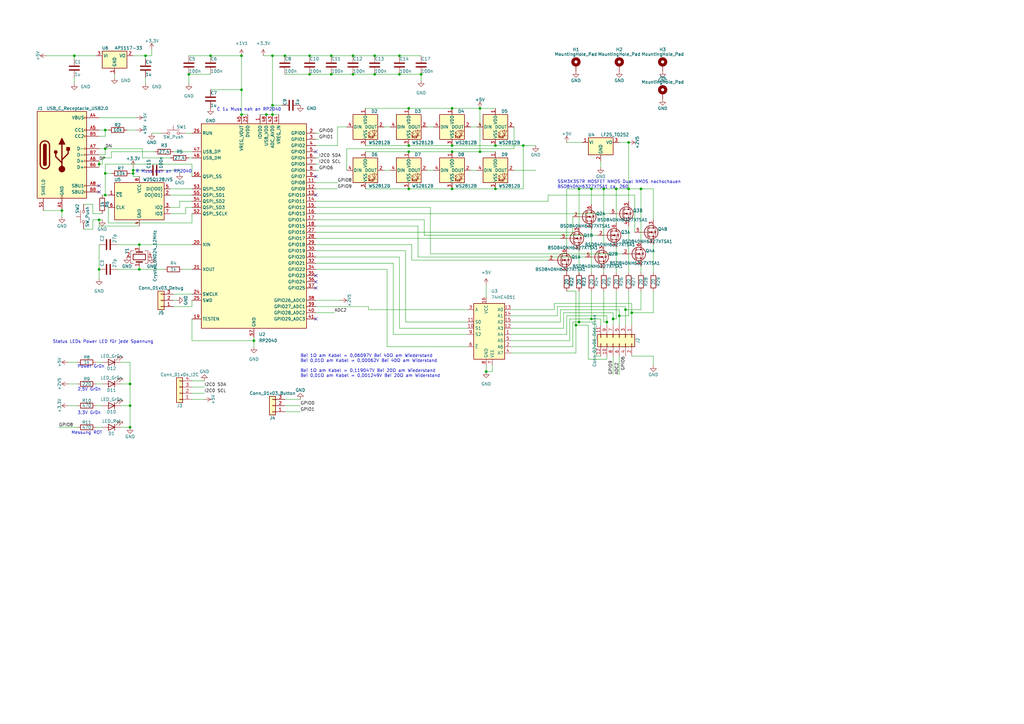
<source format=kicad_sch>
(kicad_sch (version 20230121) (generator eeschema)
  (paper "A3")
  (title_block (title "Kabeltester V2") (company "luhbots"))
  (lib_symbols
    (symbol "+3.3V_1" (power) (pin_names (offset 0))
      (property "Value" "+3.3V_1" (at 0 3.556 0))
      (symbol "+3.3V_1_1_1"
        (pin power_in line (at 0 0 90) (length 0) hide (name "+3.3V") (number "1"))
      )
    )
    (symbol "+5V_1" (power) (pin_names (offset 0))
      (property "Value" "+5V_1" (at 0 3.556 0))
      (symbol "+5V_1_1_1"
        (pin power_in line (at 0 0 90) (length 0) hide (name "+5V") (number "1"))
      )
    )
    (symbol "74xx:74HC4051"
      (property "Reference" "U" (at -5.08 11.43 0))
      (property "Value" "74HC4051" (at -7.62 -13.97 0))
      (symbol "74HC4051_1_1"
        (pin passive line (at 10.16 -2.54 180) (length 2.54) (name "A4") (number "1"))
        (pin input line (at -7.62 0 0) (length 2.54) (name "S1") (number "10"))
        (pin input line (at -7.62 2.54 0) (length 2.54) (name "S0") (number "11"))
        (pin passive line (at 10.16 0 180) (length 2.54) (name "A3") (number "12"))
        (pin passive line (at 10.16 7.62 180) (length 2.54) (name "A0") (number "13"))
        (pin passive line (at 10.16 5.08 180) (length 2.54) (name "A1") (number "14"))
        (pin passive line (at 10.16 2.54 180) (length 2.54) (name "A2") (number "15"))
        (pin power_in line (at 0 12.7 270) (length 2.54) (name "VCC") (number "16"))
        (pin passive line (at 10.16 -7.62 180) (length 2.54) (name "A6") (number "2"))
        (pin passive line (at -7.62 7.62 0) (length 2.54) (name "A") (number "3"))
        (pin passive line (at 10.16 -10.16 180) (length 2.54) (name "A7") (number "4"))
        (pin passive line (at 10.16 -5.08 180) (length 2.54) (name "A5") (number "5"))
        (pin input line (at -7.62 -7.62 0) (length 2.54) (name "~{E}") (number "6"))
        (pin power_in line (at 2.54 -15.24 90) (length 2.54) (name "VEE") (number "7"))
        (pin power_in line (at 0 -15.24 90) (length 2.54) (name "GND") (number "8"))
        (pin input line (at -7.62 -2.54 0) (length 2.54) (name "S2") (number "9"))
      )
    )
    (symbol "Connector:USB_C_Receptacle_USB2.0" (pin_names (offset 1.016))
      (property "Reference" "J" (at -10.16 19.05 0))
      (property "Value" "USB_C_Receptacle_USB2.0" (at 19.05 19.05 0))
      (symbol "USB_C_Receptacle_USB2.0_1_1"
        (pin passive line (at 0 -22.86 90) (length 5.08) (name "GND") (number "A1"))
        (pin passive line (at 0 -22.86 90) (length 5.08) hide (name "GND") (number "A12"))
        (pin passive line (at 15.24 15.24 180) (length 5.08) (name "VBUS") (number "A4"))
        (pin bidirectional line (at 15.24 10.16 180) (length 5.08) (name "CC1") (number "A5"))
        (pin bidirectional line (at 15.24 -2.54 180) (length 5.08) (name "D+") (number "A6"))
        (pin bidirectional line (at 15.24 2.54 180) (length 5.08) (name "D-") (number "A7"))
        (pin bidirectional line (at 15.24 -12.7 180) (length 5.08) (name "SBU1") (number "A8"))
        (pin passive line (at 15.24 15.24 180) (length 5.08) hide (name "VBUS") (number "A9"))
        (pin passive line (at 0 -22.86 90) (length 5.08) hide (name "GND") (number "B1"))
        (pin passive line (at 0 -22.86 90) (length 5.08) hide (name "GND") (number "B12"))
        (pin passive line (at 15.24 15.24 180) (length 5.08) hide (name "VBUS") (number "B4"))
        (pin bidirectional line (at 15.24 7.62 180) (length 5.08) (name "CC2") (number "B5"))
        (pin bidirectional line (at 15.24 -5.08 180) (length 5.08) (name "D+") (number "B6"))
        (pin bidirectional line (at 15.24 0 180) (length 5.08) (name "D-") (number "B7"))
        (pin bidirectional line (at 15.24 -15.24 180) (length 5.08) (name "SBU2") (number "B8"))
        (pin passive line (at 15.24 15.24 180) (length 5.08) hide (name "VBUS") (number "B9"))
        (pin passive line (at -7.62 -22.86 90) (length 5.08) (name "SHIELD") (number "S1"))
      )
    )
    (symbol "Connector_Generic:Conn_01x03" (pin_names (offset 1.016) hide)
      (property "Reference" "J" (at 0 5.08 0))
      (property "Value" "Conn_01x03" (at 0 -5.08 0))
      (symbol "Conn_01x03_1_1"
        (pin passive line (at -5.08 2.54 0) (length 3.81) (name "Pin_1") (number "1"))
        (pin passive line (at -5.08 0 0) (length 3.81) (name "Pin_2") (number "2"))
        (pin passive line (at -5.08 -2.54 0) (length 3.81) (name "Pin_3") (number "3"))
      )
    )
    (symbol "Connector_Generic:Conn_01x04" (pin_names (offset 1.016) hide)
      (property "Reference" "J" (at 0 5.08 0))
      (property "Value" "Conn_01x04" (at 0 -7.62 0))
      (symbol "Conn_01x04_1_1"
        (pin passive line (at -5.08 2.54 0) (length 3.81) (name "Pin_1") (number "1"))
        (pin passive line (at -5.08 0 0) (length 3.81) (name "Pin_2") (number "2"))
        (pin passive line (at -5.08 -2.54 0) (length 3.81) (name "Pin_3") (number "3"))
        (pin passive line (at -5.08 -5.08 0) (length 3.81) (name "Pin_4") (number "4"))
      )
    )
    (symbol "Connector_Generic:Conn_02x06_Odd_Even" (pin_names (offset 1.016) hide)
      (property "Reference" "J" (at 1.27 7.62 0))
      (property "Value" "Conn_02x06_Odd_Even" (at 1.27 -10.16 0))
      (symbol "Conn_02x06_Odd_Even_1_1"
        (pin passive line (at -5.08 5.08 0) (length 3.81) (name "Pin_1") (number "1"))
        (pin passive line (at 7.62 -5.08 180) (length 3.81) (name "Pin_10") (number "10"))
        (pin passive line (at -5.08 -7.62 0) (length 3.81) (name "Pin_11") (number "11"))
        (pin passive line (at 7.62 -7.62 180) (length 3.81) (name "Pin_12") (number "12"))
        (pin passive line (at 7.62 5.08 180) (length 3.81) (name "Pin_2") (number "2"))
        (pin passive line (at -5.08 2.54 0) (length 3.81) (name "Pin_3") (number "3"))
        (pin passive line (at 7.62 2.54 180) (length 3.81) (name "Pin_4") (number "4"))
        (pin passive line (at -5.08 0 0) (length 3.81) (name "Pin_5") (number "5"))
        (pin passive line (at 7.62 0 180) (length 3.81) (name "Pin_6") (number "6"))
        (pin passive line (at -5.08 -2.54 0) (length 3.81) (name "Pin_7") (number "7"))
        (pin passive line (at 7.62 -2.54 180) (length 3.81) (name "Pin_8") (number "8"))
        (pin passive line (at -5.08 -5.08 0) (length 3.81) (name "Pin_9") (number "9"))
      )
    )
    (symbol "Device:C" (pin_numbers hide) (pin_names (offset 0.254))
      (property "Reference" "C" (at 0.635 2.54 0))
      (property "Value" "C" (at 0.635 -2.54 0))
      (symbol "C_1_1"
        (pin passive line (at 0 3.81 270) (length 2.794) (name "~") (number "1"))
        (pin passive line (at 0 -3.81 90) (length 2.794) (name "~") (number "2"))
      )
    )
    (symbol "Device:Crystal_GND24" (pin_names (offset 1.016) hide)
      (property "Reference" "Y" (at 3.175 5.08 0))
      (property "Value" "Crystal_GND24" (at 3.175 3.175 0))
      (symbol "Crystal_GND24_1_1"
        (pin passive line (at -3.81 0 0) (length 1.27) (name "1") (number "1"))
        (pin passive line (at 0 5.08 270) (length 1.27) (name "2") (number "2"))
        (pin passive line (at 3.81 0 180) (length 1.27) (name "3") (number "3"))
        (pin passive line (at 0 -5.08 90) (length 1.27) (name "4") (number "4"))
      )
    )
    (symbol "Device:LED" (pin_numbers hide) (pin_names (offset 1.016) hide)
      (property "Reference" "D" (at 0 2.54 0))
      (property "Value" "LED" (at 0 -2.54 0))
      (symbol "LED_1_1"
        (pin passive line (at -3.81 0 0) (length 2.54) (name "K") (number "1"))
        (pin passive line (at 3.81 0 180) (length 2.54) (name "A") (number "2"))
      )
    )
    (symbol "Device:Q_Dual_NMOS_S1G1D2S2G2D1" (pin_names (offset 0) hide)
      (property "Reference" "Q" (at 6.35 1.27 0))
      (property "Value" "Q_Dual_NMOS_S1G1D2S2G2D1" (at 19.05 -1.27 0))
      (symbol "Q_Dual_NMOS_S1G1D2S2G2D1_1_1"
        (pin passive line (at 2.54 -5.08 90) (length 2.54) (name "S") (number "1"))
        (pin input line (at -5.08 0 0) (length 2.54) (name "G") (number "2"))
        (pin passive line (at 2.54 5.08 270) (length 2.54) (name "D") (number "6"))
      )
      (symbol "Q_Dual_NMOS_S1G1D2S2G2D1_2_1"
        (pin passive line (at 2.54 5.08 270) (length 2.54) (name "D") (number "3"))
        (pin passive line (at 2.54 -5.08 90) (length 2.54) (name "S") (number "4"))
        (pin input line (at -5.08 0 0) (length 2.54) (name "G") (number "5"))
      )
    )
    (symbol "Device:R" (pin_numbers hide) (pin_names (offset 0))
      (property "Reference" "R" (at 2.032 0 90))
      (property "Value" "R" (at 0 0 90))
      (symbol "R_1_1"
        (pin passive line (at 0 3.81 270) (length 1.27) (name "~") (number "1"))
        (pin passive line (at 0 -3.81 90) (length 1.27) (name "~") (number "2"))
      )
    )
    (symbol "GND_1" (power) (pin_names (offset 0))
      (property "Value" "GND_1" (at 0 -3.81 0))
      (symbol "GND_1_1_1"
        (pin power_in line (at 0 0 270) (length 0) hide (name "GND") (number "1"))
      )
    )
    (symbol "LED:WS2812B" (pin_names (offset 0.254))
      (property "Reference" "D" (at 5.08 5.715 0))
      (property "Value" "WS2812B" (at 1.27 -5.715 0))
      (symbol "WS2812B_0_0"
        (text "RGB" (at 2.286 -4.191 0) (effects (font (size 0.762 0.762))))
      )
      (symbol "WS2812B_1_1"
        (pin power_in line (at 0 7.62 270) (length 2.54) (name "VDD") (number "1"))
        (pin output line (at 7.62 0 180) (length 2.54) (name "DOUT") (number "2"))
        (pin power_in line (at 0 -7.62 90) (length 2.54) (name "VSS") (number "3"))
        (pin input line (at -7.62 0 0) (length 2.54) (name "DIN") (number "4"))
      )
    )
    (symbol "MCU_RaspberryPi:RP2040"
      (property "Reference" "U" (at 17.78 45.72 0))
      (property "Value" "RP2040" (at 17.78 43.18 0))
      (symbol "RP2040_1_1"
        (pin power_in line (at 2.54 45.72 270) (length 3.81) (name "IOVDD") (number "1"))
        (pin passive line (at 2.54 45.72 270) (length 3.81) hide (name "IOVDD") (number "10"))
        (pin bidirectional line (at 25.4 17.78 180) (length 3.81) (name "GPIO8") (number "11"))
        (pin bidirectional line (at 25.4 15.24 180) (length 3.81) (name "GPIO9") (number "12"))
        (pin bidirectional line (at 25.4 12.7 180) (length 3.81) (name "GPIO10") (number "13"))
        (pin bidirectional line (at 25.4 10.16 180) (length 3.81) (name "GPIO11") (number "14"))
        (pin bidirectional line (at 25.4 7.62 180) (length 3.81) (name "GPIO12") (number "15"))
        (pin bidirectional line (at 25.4 5.08 180) (length 3.81) (name "GPIO13") (number "16"))
        (pin bidirectional line (at 25.4 2.54 180) (length 3.81) (name "GPIO14") (number "17"))
        (pin bidirectional line (at 25.4 0 180) (length 3.81) (name "GPIO15") (number "18"))
        (pin input line (at -25.4 -38.1 0) (length 3.81) (name "TESTEN") (number "19"))
        (pin bidirectional line (at 25.4 38.1 180) (length 3.81) (name "GPIO0") (number "2"))
        (pin input line (at -25.4 -7.62 0) (length 3.81) (name "XIN") (number "20"))
        (pin passive line (at -25.4 -17.78 0) (length 3.81) (name "XOUT") (number "21"))
        (pin passive line (at 2.54 45.72 270) (length 3.81) hide (name "IOVDD") (number "22"))
        (pin power_in line (at -2.54 45.72 270) (length 3.81) (name "DVDD") (number "23"))
        (pin output line (at -25.4 -27.94 0) (length 3.81) (name "SWCLK") (number "24"))
        (pin bidirectional line (at -25.4 -30.48 0) (length 3.81) (name "SWD") (number "25"))
        (pin input line (at -25.4 38.1 0) (length 3.81) (name "RUN") (number "26"))
        (pin bidirectional line (at 25.4 -2.54 180) (length 3.81) (name "GPIO16") (number "27"))
        (pin bidirectional line (at 25.4 -5.08 180) (length 3.81) (name "GPIO17") (number "28"))
        (pin bidirectional line (at 25.4 -7.62 180) (length 3.81) (name "GPIO18") (number "29"))
        (pin bidirectional line (at 25.4 35.56 180) (length 3.81) (name "GPIO1") (number "3"))
        (pin bidirectional line (at 25.4 -10.16 180) (length 3.81) (name "GPIO19") (number "30"))
        (pin bidirectional line (at 25.4 -12.7 180) (length 3.81) (name "GPIO20") (number "31"))
        (pin bidirectional line (at 25.4 -15.24 180) (length 3.81) (name "GPIO21") (number "32"))
        (pin passive line (at 2.54 45.72 270) (length 3.81) hide (name "IOVDD") (number "33"))
        (pin bidirectional line (at 25.4 -17.78 180) (length 3.81) (name "GPIO22") (number "34"))
        (pin bidirectional line (at 25.4 -20.32 180) (length 3.81) (name "GPIO23") (number "35"))
        (pin bidirectional line (at 25.4 -22.86 180) (length 3.81) (name "GPIO24") (number "36"))
        (pin bidirectional line (at 25.4 -25.4 180) (length 3.81) (name "GPIO25") (number "37"))
        (pin bidirectional line (at 25.4 -30.48 180) (length 3.81) (name "GPIO26_ADC0") (number "38"))
        (pin bidirectional line (at 25.4 -33.02 180) (length 3.81) (name "GPIO27_ADC1") (number "39"))
        (pin bidirectional line (at 25.4 33.02 180) (length 3.81) (name "GPIO2") (number "4"))
        (pin bidirectional line (at 25.4 -35.56 180) (length 3.81) (name "GPIO28_ADC2") (number "40"))
        (pin bidirectional line (at 25.4 -38.1 180) (length 3.81) (name "GPIO29_ADC3") (number "41"))
        (pin passive line (at 2.54 45.72 270) (length 3.81) hide (name "IOVDD") (number "42"))
        (pin power_in line (at 7.62 45.72 270) (length 3.81) (name "ADC_AVDD") (number "43"))
        (pin power_in line (at 10.16 45.72 270) (length 3.81) (name "VREG_IN") (number "44"))
        (pin power_out line (at -5.08 45.72 270) (length 3.81) (name "VREG_VOUT") (number "45"))
        (pin bidirectional line (at -25.4 27.94 0) (length 3.81) (name "USB_DM") (number "46"))
        (pin bidirectional line (at -25.4 30.48 0) (length 3.81) (name "USB_DP") (number "47"))
        (pin power_in line (at 5.08 45.72 270) (length 3.81) (name "USB_VDD") (number "48"))
        (pin passive line (at 2.54 45.72 270) (length 3.81) hide (name "IOVDD") (number "49"))
        (pin bidirectional line (at 25.4 30.48 180) (length 3.81) (name "GPIO3") (number "5"))
        (pin passive line (at -2.54 45.72 270) (length 3.81) hide (name "DVDD") (number "50"))
        (pin bidirectional line (at -25.4 7.62 0) (length 3.81) (name "QSPI_SD3") (number "51"))
        (pin output line (at -25.4 5.08 0) (length 3.81) (name "QSPI_SCLK") (number "52"))
        (pin bidirectional line (at -25.4 15.24 0) (length 3.81) (name "QSPI_SD0") (number "53"))
        (pin bidirectional line (at -25.4 10.16 0) (length 3.81) (name "QSPI_SD2") (number "54"))
        (pin bidirectional line (at -25.4 12.7 0) (length 3.81) (name "QSPI_SD1") (number "55"))
        (pin bidirectional line (at -25.4 20.32 0) (length 3.81) (name "QSPI_SS") (number "56"))
        (pin power_in line (at 0 -45.72 90) (length 3.81) (name "GND") (number "57"))
        (pin bidirectional line (at 25.4 27.94 180) (length 3.81) (name "GPIO4") (number "6"))
        (pin bidirectional line (at 25.4 25.4 180) (length 3.81) (name "GPIO5") (number "7"))
        (pin bidirectional line (at 25.4 22.86 180) (length 3.81) (name "GPIO6") (number "8"))
        (pin bidirectional line (at 25.4 20.32 180) (length 3.81) (name "GPIO7") (number "9"))
      )
    )
    (symbol "Mechanical:MountingHole_Pad" (pin_numbers hide) (pin_names (offset 1.016) hide)
      (property "Reference" "H" (at 0 6.35 0))
      (property "Value" "MountingHole_Pad" (at 0 4.445 0))
      (symbol "MountingHole_Pad_1_1"
        (pin input line (at 0 -2.54 90) (length 2.54) (name "1") (number "1"))
      )
    )
    (symbol "Memory_Flash:W25Q128JVS"
      (property "Reference" "U" (at -8.89 8.89 0))
      (property "Value" "W25Q128JVS" (at 7.62 8.89 0))
      (symbol "W25Q128JVS_1_1"
        (pin input line (at -12.7 2.54 0) (length 2.54) (name "~{CS}") (number "1"))
        (pin bidirectional line (at 12.7 2.54 180) (length 2.54) (name "DO(IO1)") (number "2"))
        (pin bidirectional line (at 12.7 -2.54 180) (length 2.54) (name "IO2") (number "3"))
        (pin power_in line (at 0 -10.16 90) (length 2.54) (name "GND") (number "4"))
        (pin bidirectional line (at 12.7 5.08 180) (length 2.54) (name "DI(IO0)") (number "5"))
        (pin input line (at -12.7 -2.54 0) (length 2.54) (name "CLK") (number "6"))
        (pin bidirectional line (at 12.7 -5.08 180) (length 2.54) (name "IO3") (number "7"))
        (pin power_in line (at 0 10.16 270) (length 2.54) (name "VCC") (number "8"))
      )
    )
    (symbol "Regulator_Linear:AP1117-33"
      (property "Reference" "U" (at -3.81 3.175 0))
      (property "Value" "AP1117-33" (at 0 3.175 0))
      (symbol "AP1117-33_1_1"
        (pin power_in line (at 0 -7.62 90) (length 2.54) (name "GND") (number "1"))
        (pin power_out line (at 7.62 0 180) (length 2.54) (name "VO") (number "2"))
        (pin power_in line (at -7.62 0 0) (length 2.54) (name "VI") (number "3"))
      )
    )
    (symbol "Regulator_Linear:LF25_TO252" (pin_names (offset 0.254))
      (property "Reference" "U" (at -3.81 3.175 0))
      (property "Value" "LF25_TO252" (at 0 3.175 0))
      (symbol "LF25_TO252_1_1"
        (pin power_in line (at -7.62 0 0) (length 2.54) (name "VI") (number "1"))
        (pin power_in line (at 0 -7.62 90) (length 2.54) (name "GND") (number "2"))
        (pin power_out line (at 7.62 0 180) (length 2.54) (name "VO") (number "3"))
      )
    )
    (symbol "Switch:SW_Push" (pin_numbers hide) (pin_names (offset 1.016) hide)
      (property "Reference" "SW" (at 1.27 2.54 0))
      (property "Value" "SW_Push" (at 0 -1.524 0))
      (symbol "SW_Push_0_1"
        (pin passive line (at -5.08 0 0) (length 2.54) (name "1") (number "1"))
        (pin passive line (at 5.08 0 180) (length 2.54) (name "2") (number "2"))
      )
    )
    (symbol "power:+1V1" (power) (pin_names (offset 0))
      (property "Value" "+1V1" (at 0 3.556 0))
      (symbol "+1V1_1_1"
        (pin power_in line (at 0 0 90) (length 0) hide (name "+1V1") (number "1"))
      )
    )
    (symbol "power:+2V5" (power) (pin_names (offset 0))
      (property "Value" "+2V5" (at 0 3.556 0))
      (symbol "+2V5_1_1"
        (pin power_in line (at 0 0 90) (length 0) hide (name "+2V5") (number "1"))
      )
    )
    (symbol "power:+3.3V" (power) (pin_names (offset 0))
      (property "Value" "+3.3V" (at 0 3.556 0))
      (symbol "+3.3V_1_1"
        (pin power_in line (at 0 0 90) (length 0) hide (name "+3.3V") (number "1"))
      )
    )
    (symbol "power:+5V" (power) (pin_names (offset 0))
      (property "Value" "+5V" (at 0 3.556 0))
      (symbol "+5V_1_1"
        (pin power_in line (at 0 0 90) (length 0) hide (name "+5V") (number "1"))
      )
    )
    (symbol "power:GND" (power) (pin_names (offset 0))
      (property "Value" "GND" (at 0 -3.81 0))
      (symbol "GND_1_1"
        (pin power_in line (at 0 0 270) (length 0) hide (name "GND") (number "1"))
      )
    )
  )
  (junction (at 53.34 166.37))
  (junction (at 135.89 22.86))
  (junction (at 196.85 62.23))
  (junction (at 257.81 77.47))
  (junction (at 53.34 157.48))
  (junction (at 203.2 77.47))
  (junction (at 57.15 110.49))
  (junction (at 242.57 130.81))
  (junction (at 111.76 46.99))
  (junction (at 254 129.54))
  (junction (at 40.64 67.31))
  (junction (at 196.85 44.45))
  (junction (at 167.64 44.45))
  (junction (at 99.06 46.99))
  (junction (at 30.48 22.86))
  (junction (at 256.54 127))
  (junction (at 251.46 130.81))
  (junction (at 127 30.48))
  (junction (at 172.72 30.48))
  (junction (at 53.34 175.26))
  (junction (at 203.2 59.69))
  (junction (at 153.67 30.48))
  (junction (at 25.4 86.36))
  (junction (at 167.64 59.69))
  (junction (at 57.15 100.33))
  (junction (at 111.76 22.86))
  (junction (at 199.39 152.4))
  (junction (at 185.42 62.23))
  (junction (at 111.76 43.18))
  (junction (at 214.63 59.69))
  (junction (at 259.08 128.27))
  (junction (at 247.65 77.47))
  (junction (at 153.67 22.86))
  (junction (at 167.64 77.47))
  (junction (at 40.64 90.17))
  (junction (at 185.42 59.69))
  (junction (at 54.61 69.85))
  (junction (at 54.61 71.12))
  (junction (at 127 22.86))
  (junction (at 99.06 22.86))
  (junction (at 185.42 77.47))
  (junction (at 109.22 46.99))
  (junction (at 40.64 110.49))
  (junction (at 59.69 22.86))
  (junction (at 262.89 77.47))
  (junction (at 163.83 30.48))
  (junction (at 99.06 36.83))
  (junction (at 86.36 22.86))
  (junction (at 237.49 77.47))
  (junction (at 242.57 77.47))
  (junction (at 144.78 30.48))
  (junction (at 252.73 77.47))
  (junction (at 135.89 30.48))
  (junction (at 167.64 62.23))
  (junction (at 248.92 132.08))
  (junction (at 43.18 71.12))
  (junction (at 257.81 58.42))
  (junction (at 104.14 139.7))
  (junction (at 43.18 60.96))
  (junction (at 144.78 22.86))
  (junction (at 77.47 30.48))
  (junction (at 236.22 133.35))
  (junction (at 116.84 22.86))
  (junction (at 43.18 80.01))
  (junction (at 185.42 44.45))
  (junction (at 43.18 53.34))
  (junction (at 237.49 132.08))
  (junction (at 163.83 22.86))
  (no_connect (at 129.54 62.23))
  (no_connect (at 129.54 80.01))
  (no_connect (at 129.54 130.81))
  (no_connect (at 40.64 78.74))
  (no_connect (at 129.54 113.03))
  (no_connect (at 129.54 72.39))
  (no_connect (at 40.64 76.2))
  (no_connect (at 129.54 115.57))
  (no_connect (at 129.54 118.11))
  (wire (pts (xy 59.69 69.85) (xy 54.61 69.85)))
  (wire (pts (xy 99.06 36.83) (xy 99.06 46.99)))
  (wire (pts (xy 30.48 22.86) (xy 39.37 22.86)))
  (wire (pts (xy 40.64 67.31) (xy 41.91 67.31)))
  (wire (pts (xy 234.95 142.24) (xy 234.95 132.08)))
  (wire (pts (xy 58.42 64.77) (xy 69.85 64.77)))
  (wire (pts (xy 203.2 59.69) (xy 214.63 59.69)))
  (wire (pts (xy 267.97 100.33) (xy 267.97 111.76)))
  (wire (pts (xy 199.39 116.84) (xy 199.39 121.92)))
  (wire (pts (xy 104.14 138.43) (xy 104.14 139.7)))
  (wire (pts (xy 40.64 67.31) (xy 40.64 68.58)))
  (wire (pts (xy 243.84 146.05) (xy 246.38 146.05)))
  (wire (pts (xy 252.73 101.6) (xy 252.73 111.76)))
  (wire (pts (xy 257.81 77.47) (xy 257.81 82.55)))
  (wire (pts (xy 243.84 132.08) (xy 243.84 146.05)))
  (wire (pts (xy 78.74 87.63) (xy 78.74 91.44)))
  (wire (pts (xy 40.64 60.96) (xy 43.18 60.96)))
  (wire (pts (xy 161.29 107.95) (xy 161.29 137.16)))
  (wire (pts (xy 138.43 52.07) (xy 138.43 59.69)))
  (wire (pts (xy 142.24 60.96) (xy 210.82 60.96)))
  (wire (pts (xy 172.72 30.48) (xy 172.72 33.02)))
  (wire (pts (xy 252.73 119.38) (xy 252.73 130.81)))
  (wire (pts (xy 171.45 92.71) (xy 171.45 105.41)))
  (wire (pts (xy 116.84 22.86) (xy 127 22.86)))
  (wire (pts (xy 46.99 30.48) (xy 46.99 31.75)))
  (wire (pts (xy 76.2 87.63) (xy 76.2 85.09)))
  (wire (pts (xy 111.76 43.18) (xy 115.57 43.18)))
  (wire (pts (xy 209.55 142.24) (xy 234.95 142.24)))
  (wire (pts (xy 109.22 46.99) (xy 111.76 46.99)))
  (wire (pts (xy 236.22 119.38) (xy 236.22 133.35)))
  (wire (pts (xy 38.1 90.17) (xy 40.64 90.17)))
  (wire (pts (xy 247.65 110.49) (xy 247.65 111.76)))
  (wire (pts (xy 129.54 95.25) (xy 234.95 95.25)))
  (wire (pts (xy 185.42 62.23) (xy 196.85 62.23)))
  (wire (pts (xy 232.41 129.54) (xy 248.92 129.54)))
  (wire (pts (xy 38.1 87.63) (xy 38.1 83.82)))
  (wire (pts (xy 257.81 77.47) (xy 262.89 77.47)))
  (wire (pts (xy 173.99 96.52) (xy 245.11 96.52)))
  (wire (pts (xy 53.34 71.12) (xy 54.61 71.12)))
  (wire (pts (xy 62.23 20.32) (xy 62.23 22.86)))
  (wire (pts (xy 254 146.05) (xy 254 153.67)))
  (wire (pts (xy 43.18 80.01) (xy 44.45 80.01)))
  (wire (pts (xy 78.74 156.21) (xy 83.82 156.21)))
  (wire (pts (xy 71.12 120.65) (xy 78.74 120.65)))
  (wire (pts (xy 57.15 72.39) (xy 54.61 72.39)))
  (wire (pts (xy 45.72 71.12) (xy 43.18 71.12)))
  (wire (pts (xy 24.13 175.26) (xy 31.75 175.26)))
  (wire (pts (xy 48.26 100.33) (xy 57.15 100.33)))
  (wire (pts (xy 53.34 166.37) (xy 53.34 175.26)))
  (wire (pts (xy 242.57 119.38) (xy 242.57 130.81)))
  (wire (pts (xy 171.45 105.41) (xy 240.03 105.41)))
  (wire (pts (xy 78.74 67.31) (xy 43.18 67.31)))
  (wire (pts (xy 246.38 133.35) (xy 246.38 130.81)))
  (wire (pts (xy 38.1 90.17) (xy 38.1 93.98)))
  (wire (pts (xy 27.94 157.48) (xy 31.75 157.48)))
  (wire (pts (xy 231.14 128.27) (xy 231.14 134.62)))
  (wire (pts (xy 267.97 128.27) (xy 267.97 119.38)))
  (wire (pts (xy 247.65 132.08) (xy 248.92 132.08)))
  (wire (pts (xy 116.84 166.37) (xy 123.19 166.37)))
  (wire (pts (xy 27.94 166.37) (xy 31.75 166.37)))
  (wire (pts (xy 54.61 22.86) (xy 59.69 22.86)))
  (wire (pts (xy 62.23 54.61) (xy 66.04 54.61)))
  (wire (pts (xy 241.3 133.35) (xy 241.3 147.32)))
  (wire (pts (xy 167.64 77.47) (xy 185.42 77.47)))
  (wire (pts (xy 209.55 127) (xy 227.33 127)))
  (wire (pts (xy 127 30.48) (xy 135.89 30.48)))
  (wire (pts (xy 229.87 127) (xy 254 127)))
  (wire (pts (xy 224.79 82.55) (xy 224.79 80.01)))
  (wire (pts (xy 262.89 77.47) (xy 262.89 99.06)))
  (wire (pts (xy 76.2 85.09) (xy 78.74 85.09)))
  (wire (pts (xy 149.86 44.45) (xy 167.64 44.45)))
  (wire (pts (xy 209.55 132.08) (xy 229.87 132.08)))
  (wire (pts (xy 157.48 52.07) (xy 160.02 52.07)))
  (wire (pts (xy 19.05 22.86) (xy 30.48 22.86)))
  (wire (pts (xy 135.89 22.86) (xy 144.78 22.86)))
  (wire (pts (xy 129.54 90.17) (xy 173.99 90.17)))
  (wire (pts (xy 41.91 67.31) (xy 41.91 64.77)))
  (wire (pts (xy 30.48 24.13) (xy 30.48 22.86)))
  (wire (pts (xy 129.54 128.27) (xy 137.16 128.27)))
  (wire (pts (xy 40.64 55.88) (xy 43.18 55.88)))
  (wire (pts (xy 232.41 77.47) (xy 232.41 101.6)))
  (wire (pts (xy 57.15 92.71) (xy 40.64 92.71)))
  (wire (pts (xy 251.46 133.35) (xy 251.46 130.81)))
  (wire (pts (xy 129.54 123.19) (xy 139.7 123.19)))
  (wire (pts (xy 267.97 77.47) (xy 267.97 90.17)))
  (wire (pts (xy 262.89 109.22) (xy 262.89 111.76)))
  (wire (pts (xy 40.64 90.17) (xy 41.91 90.17)))
  (wire (pts (xy 175.26 52.07) (xy 177.8 52.07)))
  (wire (pts (xy 185.42 59.69) (xy 203.2 59.69)))
  (wire (pts (xy 129.54 64.77) (xy 130.81 64.77)))
  (wire (pts (xy 129.54 82.55) (xy 224.79 82.55)))
  (wire (pts (xy 262.89 119.38) (xy 262.89 127)))
  (wire (pts (xy 149.86 77.47) (xy 167.64 77.47)))
  (wire (pts (xy 78.74 82.55) (xy 73.66 82.55)))
  (wire (pts (xy 236.22 144.78) (xy 209.55 144.78)))
  (wire (pts (xy 63.5 62.23) (xy 45.72 62.23)))
  (wire (pts (xy 43.18 67.31) (xy 43.18 71.12)))
  (wire (pts (xy 166.37 132.08) (xy 191.77 132.08)))
  (wire (pts (xy 57.15 110.49) (xy 67.31 110.49)))
  (wire (pts (xy 78.74 91.44) (xy 44.45 91.44)))
  (wire (pts (xy 247.65 119.38) (xy 247.65 132.08)))
  (wire (pts (xy 43.18 71.12) (xy 43.18 80.01)))
  (wire (pts (xy 78.74 161.29) (xy 83.82 161.29)))
  (wire (pts (xy 193.04 52.07) (xy 195.58 52.07)))
  (wire (pts (xy 40.64 100.33) (xy 40.64 110.49)))
  (wire (pts (xy 116.84 163.83) (xy 123.19 163.83)))
  (wire (pts (xy 40.64 110.49) (xy 40.64 114.3)))
  (wire (pts (xy 176.53 85.09) (xy 176.53 104.14)))
  (wire (pts (xy 153.67 22.86) (xy 163.83 22.86)))
  (wire (pts (xy 39.37 166.37) (xy 41.91 166.37)))
  (wire (pts (xy 247.65 77.47) (xy 252.73 77.47)))
  (wire (pts (xy 149.86 59.69) (xy 167.64 59.69)))
  (wire (pts (xy 232.41 58.42) (xy 238.76 58.42)))
  (wire (pts (xy 144.78 30.48) (xy 153.67 30.48)))
  (wire (pts (xy 43.18 63.5) (xy 43.18 60.96)))
  (wire (pts (xy 257.81 119.38) (xy 257.81 129.54)))
  (wire (pts (xy 53.34 157.48) (xy 49.53 157.48)))
  (wire (pts (xy 25.4 86.36) (xy 25.4 88.9)))
  (wire (pts (xy 214.63 77.47) (xy 203.2 77.47)))
  (wire (pts (xy 242.57 93.98) (xy 242.57 111.76)))
  (wire (pts (xy 39.37 148.59) (xy 41.91 148.59)))
  (wire (pts (xy 17.78 86.36) (xy 25.4 86.36)))
  (wire (pts (xy 248.92 129.54) (xy 248.92 132.08)))
  (wire (pts (xy 234.95 132.08) (xy 237.49 132.08)))
  (wire (pts (xy 251.46 130.81) (xy 251.46 128.27)))
  (wire (pts (xy 129.54 54.61) (xy 130.81 54.61)))
  (wire (pts (xy 73.66 82.55) (xy 73.66 85.09)))
  (wire (pts (xy 142.24 69.85) (xy 142.24 60.96)))
  (wire (pts (xy 48.26 110.49) (xy 57.15 110.49)))
  (wire (pts (xy 78.74 139.7) (xy 104.14 139.7)))
  (wire (pts (xy 191.77 137.16) (xy 161.29 137.16)))
  (wire (pts (xy 254 58.42) (xy 257.81 58.42)))
  (wire (pts (xy 193.04 69.85) (xy 195.58 69.85)))
  (wire (pts (xy 153.67 30.48) (xy 163.83 30.48)))
  (wire (pts (xy 232.41 137.16) (xy 232.41 129.54)))
  (wire (pts (xy 260.35 80.01) (xy 260.35 95.25)))
  (wire (pts (xy 166.37 102.87) (xy 166.37 132.08)))
  (wire (pts (xy 246.38 66.04) (xy 246.38 68.58)))
  (wire (pts (xy 129.54 100.33) (xy 168.91 100.33)))
  (wire (pts (xy 254 129.54) (xy 254 133.35)))
  (wire (pts (xy 73.66 69.85) (xy 73.66 71.12)))
  (wire (pts (xy 78.74 72.39) (xy 78.74 67.31)))
  (wire (pts (xy 30.48 31.75) (xy 30.48 34.29)))
  (wire (pts (xy 77.47 64.77) (xy 78.74 64.77)))
  (wire (pts (xy 86.36 36.83) (xy 99.06 36.83)))
  (wire (pts (xy 41.91 64.77) (xy 45.72 64.77)))
  (wire (pts (xy 67.31 69.85) (xy 73.66 69.85)))
  (wire (pts (xy 40.64 53.34) (xy 43.18 53.34)))
  (wire (pts (xy 232.41 119.38) (xy 236.22 119.38)))
  (wire (pts (xy 252.73 77.47) (xy 252.73 91.44)))
  (wire (pts (xy 78.74 123.19) (xy 78.74 125.73)))
  (wire (pts (xy 248.92 132.08) (xy 248.92 133.35)))
  (wire (pts (xy 232.41 77.47) (xy 237.49 77.47)))
  (wire (pts (xy 69.85 80.01) (xy 78.74 80.01)))
  (wire (pts (xy 210.82 69.85) (xy 219.71 69.85)))
  (wire (pts (xy 99.06 22.86) (xy 86.36 22.86)))
  (wire (pts (xy 248.92 147.32) (xy 248.92 146.05)))
  (wire (pts (xy 129.54 57.15) (xy 130.81 57.15)))
  (wire (pts (xy 138.43 59.69) (xy 129.54 59.69)))
  (wire (pts (xy 209.55 137.16) (xy 232.41 137.16)))
  (wire (pts (xy 40.64 92.71) (xy 40.64 90.17)))
  (wire (pts (xy 167.64 62.23) (xy 185.42 62.23)))
  (wire (pts (xy 57.15 100.33) (xy 78.74 100.33)))
  (wire (pts (xy 129.54 97.79) (xy 229.87 97.79)))
  (wire (pts (xy 53.34 166.37) (xy 49.53 166.37)))
  (wire (pts (xy 77.47 30.48) (xy 86.36 30.48)))
  (wire (pts (xy 237.49 77.47) (xy 237.49 92.71)))
  (wire (pts (xy 129.54 69.85) (xy 130.81 69.85)))
  (wire (pts (xy 78.74 158.75) (xy 83.82 158.75)))
  (wire (pts (xy 257.81 92.71) (xy 257.81 111.76)))
  (wire (pts (xy 257.81 58.42) (xy 257.81 77.47)))
  (wire (pts (xy 129.54 92.71) (xy 171.45 92.71)))
  (wire (pts (xy 151.13 125.73) (xy 129.54 125.73)))
  (wire (pts (xy 167.64 44.45) (xy 185.42 44.45)))
  (wire (pts (xy 27.94 148.59) (xy 31.75 148.59)))
  (wire (pts (xy 106.68 46.99) (xy 109.22 46.99)))
  (wire (pts (xy 151.13 127) (xy 191.77 127)))
  (wire (pts (xy 129.54 87.63) (xy 250.19 87.63)))
  (wire (pts (xy 54.61 71.12) (xy 54.61 72.39)))
  (wire (pts (xy 69.85 77.47) (xy 78.74 77.47)))
  (wire (pts (xy 104.14 139.7) (xy 104.14 142.24)))
  (wire (pts (xy 157.48 69.85) (xy 160.02 69.85)))
  (wire (pts (xy 129.54 105.41) (xy 163.83 105.41)))
  (wire (pts (xy 57.15 100.33) (xy 57.15 101.6)))
  (wire (pts (xy 163.83 134.62) (xy 191.77 134.62)))
  (wire (pts (xy 199.39 149.86) (xy 199.39 152.4)))
  (wire (pts (xy 38.1 93.98) (xy 34.29 93.98)))
  (wire (pts (xy 129.54 74.93) (xy 138.43 74.93)))
  (wire (pts (xy 167.64 59.69) (xy 185.42 59.69)))
  (wire (pts (xy 257.81 129.54) (xy 254 129.54)))
  (wire (pts (xy 127 22.86) (xy 135.89 22.86)))
  (wire (pts (xy 53.34 157.48) (xy 53.34 166.37)))
  (wire (pts (xy 196.85 44.45) (xy 196.85 62.23)))
  (wire (pts (xy 151.13 127) (xy 151.13 125.73)))
  (wire (pts (xy 74.93 110.49) (xy 78.74 110.49)))
  (wire (pts (xy 116.84 168.91) (xy 123.19 168.91)))
  (wire (pts (xy 236.22 133.35) (xy 236.22 144.78)))
  (wire (pts (xy 77.47 34.29) (xy 77.47 30.48)))
  (wire (pts (xy 78.74 163.83) (xy 83.82 163.83)))
  (wire (pts (xy 129.54 102.87) (xy 166.37 102.87)))
  (wire (pts (xy 111.76 43.18) (xy 111.76 46.99)))
  (wire (pts (xy 199.39 152.4) (xy 201.93 152.4)))
  (wire (pts (xy 163.83 22.86) (xy 172.72 22.86)))
  (wire (pts (xy 262.89 127) (xy 256.54 127)))
  (wire (pts (xy 237.49 77.47) (xy 242.57 77.47)))
  (wire (pts (xy 234.95 95.25) (xy 234.95 88.9)))
  (wire (pts (xy 53.34 148.59) (xy 53.34 157.48)))
  (wire (pts (xy 252.73 77.47) (xy 257.81 77.47)))
  (wire (pts (xy 58.42 60.96) (xy 58.42 64.77)))
  (wire (pts (xy 241.3 133.35) (xy 236.22 133.35)))
  (wire (pts (xy 237.49 102.87) (xy 237.49 111.76)))
  (wire (pts (xy 237.49 132.08) (xy 243.84 132.08)))
  (wire (pts (xy 259.08 128.27) (xy 259.08 133.35)))
  (wire (pts (xy 54.61 69.85) (xy 54.61 71.12)))
  (wire (pts (xy 163.83 30.48) (xy 172.72 30.48)))
  (wire (pts (xy 210.82 60.96) (xy 210.82 52.07)))
  (wire (pts (xy 111.76 22.86) (xy 116.84 22.86)))
  (wire (pts (xy 242.57 77.47) (xy 242.57 83.82)))
  (wire (pts (xy 43.18 60.96) (xy 58.42 60.96)))
  (wire (pts (xy 129.54 77.47) (xy 138.43 77.47)))
  (wire (pts (xy 267.97 146.05) (xy 259.08 146.05)))
  (wire (pts (xy 227.33 124.46) (xy 259.08 124.46)))
  (wire (pts (xy 38.1 83.82) (xy 34.29 83.82)))
  (wire (pts (xy 227.33 127) (xy 227.33 124.46)))
  (wire (pts (xy 116.84 30.48) (xy 127 30.48)))
  (wire (pts (xy 57.15 109.22) (xy 57.15 110.49)))
  (wire (pts (xy 251.46 128.27) (xy 231.14 128.27)))
  (wire (pts (xy 107.95 22.86) (xy 111.76 22.86)))
  (wire (pts (xy 72.39 123.19) (xy 71.12 123.19)))
  (wire (pts (xy 54.61 68.58) (xy 54.61 69.85)))
  (wire (pts (xy 129.54 107.95) (xy 161.29 107.95)))
  (wire (pts (xy 129.54 110.49) (xy 158.75 110.49)))
  (wire (pts (xy 262.89 77.47) (xy 267.97 77.47)))
  (wire (pts (xy 176.53 104.14) (xy 255.27 104.14)))
  (wire (pts (xy 40.64 66.04) (xy 40.64 67.31)))
  (wire (pts (xy 256.54 133.35) (xy 256.54 127)))
  (wire (pts (xy 168.91 106.68) (xy 224.79 106.68)))
  (wire (pts (xy 69.85 87.63) (xy 76.2 87.63)))
  (wire (pts (xy 237.49 119.38) (xy 237.49 132.08)))
  (wire (pts (xy 254 127) (xy 254 129.54)))
  (wire (pts (xy 149.86 62.23) (xy 167.64 62.23)))
  (wire (pts (xy 173.99 90.17) (xy 173.99 96.52)))
  (wire (pts (xy 111.76 46.99) (xy 114.3 46.99)))
  (wire (pts (xy 129.54 85.09) (xy 176.53 85.09)))
  (wire (pts (xy 241.3 147.32) (xy 248.92 147.32)))
  (wire (pts (xy 43.18 55.88) (xy 43.18 53.34)))
  (wire (pts (xy 158.75 110.49) (xy 158.75 142.24)))
  (wire (pts (xy 71.12 62.23) (xy 78.74 62.23)))
  (wire (pts (xy 252.73 130.81) (xy 251.46 130.81)))
  (wire (pts (xy 259.08 124.46) (xy 259.08 128.27)))
  (wire (pts (xy 129.54 67.31) (xy 130.81 67.31)))
  (wire (pts (xy 196.85 44.45) (xy 203.2 44.45)))
  (wire (pts (xy 38.1 87.63) (xy 41.91 87.63)))
  (wire (pts (xy 228.6 129.54) (xy 209.55 129.54)))
  (wire (pts (xy 196.85 62.23) (xy 203.2 62.23)))
  (wire (pts (xy 259.08 128.27) (xy 267.97 128.27)))
  (wire (pts (xy 55.88 53.34) (xy 52.07 53.34)))
  (wire (pts (xy 201.93 149.86) (xy 201.93 152.4)))
  (wire (pts (xy 231.14 134.62) (xy 209.55 134.62)))
  (wire (pts (xy 229.87 132.08) (xy 229.87 127)))
  (wire (pts (xy 242.57 130.81) (xy 233.68 130.81)))
  (wire (pts (xy 163.83 105.41) (xy 163.83 134.62)))
  (wire (pts (xy 77.47 22.86) (xy 86.36 22.86)))
  (wire (pts (xy 214.63 59.69) (xy 214.63 77.47)))
  (wire (pts (xy 242.57 77.47) (xy 247.65 77.47)))
  (wire (pts (xy 256.54 125.73) (xy 228.6 125.73)))
  (wire (pts (xy 158.75 142.24) (xy 191.77 142.24)))
  (wire (pts (xy 233.68 130.81) (xy 233.68 139.7)))
  (wire (pts (xy 45.72 64.77) (xy 45.72 62.23)))
  (wire (pts (xy 256.54 127) (xy 256.54 125.73)))
  (wire (pts (xy 73.66 85.09) (xy 69.85 85.09)))
  (wire (pts (xy 40.64 48.26) (xy 55.88 48.26)))
  (wire (pts (xy 111.76 22.86) (xy 111.76 43.18)))
  (wire (pts (xy 233.68 139.7) (xy 209.55 139.7)))
  (wire (pts (xy 142.24 52.07) (xy 138.43 52.07)))
  (wire (pts (xy 71.12 125.73) (xy 78.74 125.73)))
  (wire (pts (xy 214.63 59.69) (xy 219.71 59.69)))
  (wire (pts (xy 99.06 46.99) (xy 101.6 46.99)))
  (wire (pts (xy 135.89 30.48) (xy 144.78 30.48)))
  (wire (pts (xy 185.42 44.45) (xy 196.85 44.45)))
  (wire (pts (xy 40.64 63.5) (xy 43.18 63.5)))
  (wire (pts (xy 168.91 100.33) (xy 168.91 106.68)))
  (wire (pts (xy 144.78 22.86) (xy 153.67 22.86)))
  (wire (pts (xy 39.37 175.26) (xy 41.91 175.26)))
  (wire (pts (xy 185.42 77.47) (xy 203.2 77.47)))
  (wire (pts (xy 247.65 100.33) (xy 247.65 77.47)))
  (wire (pts (xy 44.45 91.44) (xy 44.45 85.09)))
  (wire (pts (xy 59.69 34.29) (xy 59.69 31.75)))
  (wire (pts (xy 41.91 80.01) (xy 43.18 80.01)))
  (wire (pts (xy 39.37 157.48) (xy 41.91 157.48)))
  (wire (pts (xy 53.34 175.26) (xy 49.53 175.26)))
  (wire (pts (xy 43.18 53.34) (xy 44.45 53.34)))
  (wire (pts (xy 246.38 130.81) (xy 242.57 130.81)))
  (wire (pts (xy 78.74 130.81) (xy 78.74 139.7)))
  (wire (pts (xy 62.23 22.86) (xy 59.69 22.86)))
  (wire (pts (xy 251.46 146.05) (xy 251.46 153.67)))
  (wire (pts (xy 175.26 69.85) (xy 177.8 69.85)))
  (wire (pts (xy 76.2 54.61) (xy 78.74 54.61)))
  (wire (pts (xy 99.06 36.83) (xy 99.06 22.86)))
  (wire (pts (xy 224.79 80.01) (xy 260.35 80.01)))
  (wire (pts (xy 53.34 148.59) (xy 49.53 148.59)))
  (wire (pts (xy 59.69 22.86) (xy 59.69 24.13)))
  (wire (pts (xy 267.97 146.05) (xy 267.97 149.86)))
  (wire (pts (xy 228.6 125.73) (xy 228.6 129.54)))
  (text "3,3V Grün\n" (at 31.75 170.18 0) (effects (font (size 1.27 1.27)) (justify left bottom)))
  (text "Status LEDs Power LED für jede Spannung\n" (at 21.59 140.97 0) (effects (font (size 1.27 1.27)) (justify left bottom)))
  (text "SSM3K357R MOSFET NMOS Dual NMOS nachschauen \nBSD840NH6327XTSA1 ca. 260 " (at 228.6 77.47 0) (effects (font (size 1.27 1.27)) (justify left bottom)))
  (text "Bei 1Ω am Kabel = 0,06097V Bei 40Ω am Wiederstand\nBei 0,01Ω am Kabel = 0,00062V Bei 40Ω am Widerstand\n\nBei 1Ω am Kabel = 0,119047V Bei 20Ω am Wiederstand\nBei 0,01Ω am Kabel = 0,001249V Bei 20Ω am Widerstand\n" (at 123.19 154.94 0) (effects (font (size 1.27 1.27)) (justify left bottom)))
  (text "Power Grün\n" (at 31.75 151.13 0) (effects (font (size 1.27 1.27)) (justify left bottom)))
  (text "Messung ROT\n\n" (at 29.21 180.34 0) (effects (font (size 1.27 1.27)) (justify left bottom)))
  (text "2,5V Grün\n\n" (at 31.75 162.56 0) (effects (font (size 1.27 1.27)) (justify left bottom)))
  (text "R Muss nah an RP2040" (at 78.74 71.12 0) (effects (font (size 1.27 1.27)) (justify right bottom)))
  (text "C 1u Muss nah an RP2040" (at 88.9 45.72 0) (effects (font (size 1.27 1.27)) (justify left bottom)))
  (label "GPIO6" (at 256.54 146.05 270))
  (label "DN" (at 43.18 60.96 0))
  (label "I2C0 SCL" (at 83.82 161.29 0))
  (label "GPIO0" (at 130.81 54.61 0))
  (label "ADC2" (at 254 153.67 90))
  (label "I2C0 SCL" (at 130.81 67.31 0))
  (label "GPIO0" (at 123.19 166.37 0))
  (label "I2C0 SDA" (at 83.82 158.75 0))
  (label "GPIO9" (at 138.43 77.47 0))
  (label "I2C0 SDA" (at 130.81 64.77 0))
  (label "ADC2" (at 137.16 128.27 0))
  (label "DP" (at 40.64 66.04 0))
  (label "GPIO8" (at 138.43 74.93 0))
  (label "GPIO6" (at 130.81 69.85 0))
  (label "GPIO1" (at 123.19 168.91 0))
  (label "GPIO8" (at 24.13 175.26 0))
  (label "GPIO9" (at 251.46 153.67 90))
  (label "GPIO1" (at 130.81 57.15 0))
  (symbol (lib_id "LED:WS2812B") (at 167.64 52.07 0) (unit 1)
    (property "Reference" "D3" (at 172.72 46.355 0) (effects (justify right bottom)))
    (property "Value" "WS2812B" (at 168.91 57.785 0) (effects (justify left top)))
    (property "Footprint" "LED_SMD:LED_WS2812B_PLCC4_5.0x5.0mm_P3.2mm" (effects hide))
    (property "Datasheet" "https://cdn-shop.adafruit.com/datasheets/WS2812B.pdf" (effects hide))
  )
  (symbol (lib_id "Device:R") (at 232.41 115.57 0) (unit 1)
    (property "Reference" "R22" (at 234.442 115.57 90))
    (property "Value" "20" (at 232.41 115.57 90))
    (property "Footprint" "Resistor_SMD:R_2512_6332Metric_Pad1.40x3.35mm_HandSolder" (effects hide))
  )
  (symbol (lib_id "Device:LED") (at 45.72 157.48 180) (unit 1)
    (property "Reference" "D11" (at 45.72 160.02 0))
    (property "Value" "LED_Grün" (at 45.72 154.94 0))
    (property "Footprint" "LED_SMD:LED_0603_1608Metric_Pad1.05x0.95mm_HandSolder" (effects hide))
  )
  (symbol (lib_id "Device:LED") (at 45.72 175.26 180) (unit 1)
    (property "Reference" "D1" (at 45.72 177.8 0))
    (property "Value" "LED_Rot" (at 45.72 172.72 0))
    (property "Footprint" "LED_SMD:LED_0603_1608Metric_Pad1.05x0.95mm_HandSolder" (effects hide))
  )
  (symbol (lib_id "Device:LED") (at 45.72 148.59 180) (unit 1)
    (property "Reference" "D12" (at 45.72 151.13 0))
    (property "Value" "LED_Grün" (at 45.72 146.05 0))
    (property "Footprint" "LED_SMD:LED_0603_1608Metric_Pad1.05x0.95mm_HandSolder" (effects hide))
  )
  (symbol (lib_id "Device:Q_Dual_NMOS_S1G1D2S2G2D1") (at 255.27 87.63 0) (unit 2)
    (property "Reference" "Q3" (at 261.62 86.36 0))
    (property "Value" "BSD840NH6327XTSA1" (at 255.27 90.17 0))
    (property "Footprint" "Package_TO_SOT_SMD:SOT-363_SC-70-6_Handsoldering" (effects hide))
  )
  (symbol (lib_id "Device:C") (at 163.83 26.67 0) (unit 1)
    (property "Reference" "C14" (at 163.83 24.13 0) (effects (justify left)))
    (property "Value" "100n" (at 163.83 29.21 0) (effects (justify left)))
    (property "Footprint" "Capacitor_SMD:C_0402_1005Metric_Pad0.74x0.62mm_HandSolder" (effects hide))
  )
  (symbol (lib_id "Connector:USB_C_Receptacle_USB2.0") (at 25.4 63.5 0) (unit 1)
    (property "Reference" "J1" (at 15.24 44.45 0) (effects (justify left)))
    (property "Value" "USB_C_Receptacle_USB2.0" (at 44.45 44.45 0) (effects (justify right)))
    (property "Footprint" "Connector_USB:USB_C_Receptacle_HRO_TYPE-C-31-M-12" (effects hide))
    (property "Datasheet" "https://www.usb.org/sites/default/files/documents/usb_type-c.zip" (effects hide))
  )
  (symbol (lib_id "Connector_Generic:Conn_01x03") (at 111.76 166.37 180) (unit 1)
    (property "Reference" "J4" (at 111.76 171.45 0))
    (property "Value" "Conn_01x03_Button" (at 111.76 161.29 0))
    (property "Footprint" "Connector_PinHeader_2.54mm:PinHeader_1x03_P2.54mm_Vertical" (effects hide))
  )
  (symbol (lib_id "LED:WS2812B") (at 167.64 69.85 0) (unit 1)
    (property "Reference" "D7" (at 172.72 64.135 0) (effects (justify right bottom)))
    (property "Value" "WS2812B" (at 168.91 75.565 0) (effects (justify left top)))
    (property "Footprint" "LED_SMD:LED_WS2812B_PLCC4_5.0x5.0mm_P3.2mm" (effects hide))
    (property "Datasheet" "https://cdn-shop.adafruit.com/datasheets/WS2812B.pdf" (effects hide))
  )
  (symbol (lib_id "Device:R") (at 67.31 62.23 90) (unit 1)
    (property "Reference" "R3" (at 67.31 59.69 90))
    (property "Value" "27,4" (at 67.31 62.23 90))
    (property "Footprint" "Resistor_SMD:R_0402_1005Metric_Pad0.72x0.64mm_HandSolder" (effects hide))
  )
  (symbol (lib_name "+3.3V_1") (lib_id "power:+3.3V") (at 107.95 22.86 0) (unit 1)
    (property "Reference" "#PWR014" (effects hide))
    (property "Value" "+3.3V" (at 107.95 17.78 0))
  )
  (symbol (lib_id "LED:WS2812B") (at 185.42 52.07 0) (unit 1)
    (property "Reference" "D4" (at 190.5 46.355 0) (effects (justify right bottom)))
    (property "Value" "WS2812B" (at 186.69 57.785 0) (effects (justify left top)))
    (property "Footprint" "LED_SMD:LED_WS2812B_PLCC4_5.0x5.0mm_P3.2mm" (effects hide))
    (property "Datasheet" "https://cdn-shop.adafruit.com/datasheets/WS2812B.pdf" (effects hide))
  )
  (symbol (lib_id "Device:R") (at 247.65 115.57 0) (unit 1)
    (property "Reference" "R25" (at 249.682 115.57 90))
    (property "Value" "20" (at 247.65 115.57 90))
    (property "Footprint" "Resistor_SMD:R_2512_6332Metric_Pad1.40x3.35mm_HandSolder" (effects hide))
  )
  (symbol (lib_id "power:+5V") (at 83.82 163.83 270) (unit 1)
    (property "Reference" "#PWR033" (effects hide))
    (property "Value" "+5V" (at 87.376 163.83 0))
  )
  (symbol (lib_id "Device:R") (at 242.57 115.57 0) (unit 1)
    (property "Reference" "R24" (at 244.602 115.57 90))
    (property "Value" "20" (at 242.57 115.57 90))
    (property "Footprint" "Resistor_SMD:R_2512_6332Metric_Pad1.40x3.35mm_HandSolder" (effects hide))
  )
  (symbol (lib_id "Device:C") (at 116.84 26.67 0) (unit 1)
    (property "Reference" "C8" (at 116.84 24.13 0) (effects (justify left)))
    (property "Value" "100n" (at 116.84 29.21 0) (effects (justify left)))
    (property "Footprint" "Capacitor_SMD:C_0402_1005Metric_Pad0.74x0.62mm_HandSolder" (effects hide))
  )
  (symbol (lib_id "LED:WS2812B") (at 203.2 52.07 0) (unit 1)
    (property "Reference" "D5" (at 208.28 46.355 0) (effects (justify right bottom)))
    (property "Value" "WS2812B" (at 204.47 57.785 0) (effects (justify left top)))
    (property "Footprint" "LED_SMD:LED_WS2812B_PLCC4_5.0x5.0mm_P3.2mm" (effects hide))
    (property "Datasheet" "https://cdn-shop.adafruit.com/datasheets/WS2812B.pdf" (effects hide))
  )
  (symbol (lib_id "LED:WS2812B") (at 185.42 69.85 0) (unit 1)
    (property "Reference" "D8" (at 190.5 64.135 0) (effects (justify right bottom)))
    (property "Value" "WS2812B" (at 186.69 75.565 0) (effects (justify left top)))
    (property "Footprint" "LED_SMD:LED_WS2812B_PLCC4_5.0x5.0mm_P3.2mm" (effects hide))
    (property "Datasheet" "https://cdn-shop.adafruit.com/datasheets/WS2812B.pdf" (effects hide))
  )
  (symbol (lib_id "power:GND") (at 271.78 29.21 0) (unit 1)
    (property "Reference" "#PWR031" (effects hide))
    (property "Value" "GND" (at 271.78 33.02 0))
  )
  (symbol (lib_id "Mechanical:MountingHole_Pad") (at 236.22 26.67 0) (unit 1)
    (property "Reference" "H1" (at 236.22 20.32 0))
    (property "Value" "MountingHole_Pad" (at 236.22 22.225 0))
    (property "Footprint" "MountingHole:MountingHole_3.2mm_M3_DIN965_Pad" (effects hide))
  )
  (symbol (lib_id "power:GND") (at 72.39 123.19 90) (unit 1)
    (property "Reference" "#PWR029" (effects hide))
    (property "Value" "GND" (at 76.2 123.19 0))
  )
  (symbol (lib_id "power:GND") (at 30.48 34.29 0) (unit 1)
    (property "Reference" "#PWR03" (effects hide))
    (property "Value" "GND" (at 33.02 35.5599 0) (effects (justify left)))
  )
  (symbol (lib_id "Device:R") (at 35.56 157.48 90) (unit 1)
    (property "Reference" "R9" (at 35.56 155.448 90))
    (property "Value" "220" (at 35.56 157.48 90))
    (property "Footprint" "Resistor_SMD:R_0402_1005Metric_Pad0.72x0.64mm_HandSolder" (effects hide))
  )
  (symbol (lib_id "Mechanical:MountingHole_Pad") (at 254 26.67 0) (unit 1)
    (property "Reference" "H2" (at 254 20.32 0))
    (property "Value" "MountingHole_Pad" (at 254 22.225 0))
    (property "Footprint" "MountingHole:MountingHole_3.2mm_M3_DIN965_Pad" (effects hide))
  )
  (symbol (lib_id "Device:C") (at 144.78 26.67 0) (unit 1)
    (property "Reference" "C12" (at 144.78 24.13 0) (effects (justify left)))
    (property "Value" "100n" (at 144.78 29.21 0) (effects (justify left)))
    (property "Footprint" "Capacitor_SMD:C_0402_1005Metric_Pad0.74x0.62mm_HandSolder" (effects hide))
  )
  (symbol (lib_id "Device:R") (at 35.56 148.59 90) (unit 1)
    (property "Reference" "R8" (at 35.56 146.558 90))
    (property "Value" "1k" (at 35.56 148.59 90))
    (property "Footprint" "Resistor_SMD:R_0402_1005Metric_Pad0.72x0.64mm_HandSolder" (effects hide))
  )
  (symbol (lib_id "Device:Q_Dual_NMOS_S1G1D2S2G2D1") (at 234.95 97.79 0) (unit 2)
    (property "Reference" "Q1" (at 241.3 96.52 0))
    (property "Value" "BSD840NH6327XTSA1" (at 234.95 101.6 0))
    (property "Footprint" "Package_TO_SOT_SMD:SOT-363_SC-70-6_Handsoldering" (effects hide))
  )
  (symbol (lib_id "Device:C") (at 44.45 110.49 90) (unit 1)
    (property "Reference" "C3" (at 41.91 107.95 0))
    (property "Value" "27p" (at 46.99 107.95 0))
    (property "Footprint" "Capacitor_SMD:C_0402_1005Metric_Pad0.74x0.62mm_HandSolder" (effects hide))
  )
  (symbol (lib_id "Device:R") (at 49.53 71.12 90) (unit 1)
    (property "Reference" "R7" (at 49.53 69.088 90))
    (property "Value" "10k" (at 49.53 71.12 90))
    (property "Footprint" "Resistor_SMD:R_0402_1005Metric_Pad0.72x0.64mm_HandSolder" (effects hide))
  )
  (symbol (lib_id "Device:Q_Dual_NMOS_S1G1D2S2G2D1") (at 240.03 88.9 0) (unit 1)
    (property "Reference" "Q2" (at 246.38 87.63 0))
    (property "Value" "BSD840NH6327XTSA1" (at 240.03 92.71 0))
    (property "Footprint" "Package_TO_SOT_SMD:SOT-363_SC-70-6_Handsoldering" (effects hide))
  )
  (symbol (lib_id "Device:R") (at 267.97 115.57 0) (unit 1)
    (property "Reference" "R29" (at 270.002 115.57 90))
    (property "Value" "20" (at 267.97 115.57 90))
    (property "Footprint" "Resistor_SMD:R_2512_6332Metric_Pad1.40x3.35mm_HandSolder" (effects hide))
  )
  (symbol (lib_id "power:GND") (at 77.47 34.29 0) (unit 1)
    (property "Reference" "#PWR010" (effects hide))
    (property "Value" "GND" (at 77.47 39.37 0))
  )
  (symbol (lib_id "Device:C") (at 127 26.67 0) (unit 1)
    (property "Reference" "C10" (at 127 24.13 0) (effects (justify left)))
    (property "Value" "100n" (at 127 29.21 0) (effects (justify left)))
    (property "Footprint" "Capacitor_SMD:C_0402_1005Metric_Pad0.74x0.62mm_HandSolder" (effects hide))
  )
  (symbol (lib_name "+5V_1") (lib_id "power:+5V") (at 199.39 116.84 0) (unit 1)
    (property "Reference" "#PWR016" (effects hide))
    (property "Value" "+5V" (at 199.39 111.76 0))
  )
  (symbol (lib_id "power:+5V") (at 55.88 53.34 270) (unit 1)
    (property "Reference" "#PWR07" (effects hide))
    (property "Value" "+5V" (at 59.436 53.34 0))
  )
  (symbol (lib_id "power:+3.3V") (at 62.23 20.32 0) (unit 1)
    (property "Reference" "#PWR09" (effects hide))
    (property "Value" "+3.3V" (at 62.23 16.764 0))
  )
  (symbol (lib_id "power:GND") (at 53.34 175.26 0) (unit 1)
    (property "Reference" "#PWR038" (effects hide))
    (property "Value" "GND" (at 53.34 179.07 0))
  )
  (symbol (lib_id "Device:Q_Dual_NMOS_S1G1D2S2G2D1") (at 245.11 105.41 0) (unit 2)
    (property "Reference" "Q2" (at 251.46 104.14 0))
    (property "Value" "BSD840NH6327XTSA1" (at 245.11 109.22 0))
    (property "Footprint" "Package_TO_SOT_SMD:SOT-363_SC-70-6_Handsoldering" (effects hide))
  )
  (symbol (lib_id "power:+2V5") (at 257.81 58.42 270) (unit 1)
    (property "Reference" "#PWR036" (effects hide))
    (property "Value" "+2V5" (at 261.366 58.42 0))
  )
  (symbol (lib_id "Mechanical:MountingHole_Pad") (at 271.78 26.67 0) (unit 1)
    (property "Reference" "H3" (at 271.78 20.32 0))
    (property "Value" "MountingHole_Pad" (at 271.78 22.225 0))
    (property "Footprint" "MountingHole:MountingHole_3.2mm_M3_DIN965_Pad" (effects hide))
  )
  (symbol (lib_id "Device:Q_Dual_NMOS_S1G1D2S2G2D1") (at 265.43 95.25 0) (unit 2)
    (property "Reference" "Q4" (at 271.78 93.98 0))
    (property "Value" "BSD840NH6327XTSA1" (at 265.43 99.06 0))
    (property "Footprint" "Package_TO_SOT_SMD:SOT-363_SC-70-6_Handsoldering" (effects hide))
  )
  (symbol (lib_id "Device:R") (at 237.49 115.57 0) (unit 1)
    (property "Reference" "R23" (at 239.522 115.57 90))
    (property "Value" "20" (at 237.49 115.57 90))
    (property "Footprint" "Resistor_SMD:R_2512_6332Metric_Pad1.40x3.35mm_HandSolder" (effects hide))
  )
  (symbol (lib_id "Device:Crystal_GND24") (at 57.15 105.41 90) (unit 1)
    (property "Reference" "Y1" (at 52.07 104.14 0) (effects (justify left)))
    (property "Value" "Crystal_GND24_12MHz" (at 63.5 115.57 0) (effects (justify left)))
    (property "Footprint" "Crystal:Crystal_SMD_3225-4Pin_3.2x2.5mm_HandSoldering" (effects hide))
  )
  (symbol (lib_id "power:GND") (at 123.19 43.18 0) (unit 1)
    (property "Reference" "#PWR015" (effects hide))
    (property "Value" "GND" (at 125.73 44.4499 0) (effects (justify left)))
  )
  (symbol (lib_id "power:GND") (at 267.97 149.86 0) (unit 1)
    (property "Reference" "#PWR024" (effects hide))
    (property "Value" "GND" (at 267.97 153.67 0))
  )
  (symbol (lib_id "Device:R") (at 73.66 64.77 90) (unit 1)
    (property "Reference" "R5" (at 73.66 62.23 90))
    (property "Value" "27,4" (at 73.66 64.77 90))
    (property "Footprint" "Resistor_SMD:R_0402_1005Metric_Pad0.72x0.64mm_HandSolder" (effects hide))
  )
  (symbol (lib_id "power:GND") (at 59.69 34.29 0) (unit 1)
    (property "Reference" "#PWR08" (effects hide))
    (property "Value" "GND" (at 62.23 35.5599 0) (effects (justify left)))
  )
  (symbol (lib_id "Device:R") (at 252.73 115.57 0) (unit 1)
    (property "Reference" "R26" (at 254.762 115.57 90))
    (property "Value" "20" (at 252.73 115.57 90))
    (property "Footprint" "Resistor_SMD:R_2512_6332Metric_Pad1.40x3.35mm_HandSolder" (effects hide))
  )
  (symbol (lib_id "Mechanical:MountingHole_Pad") (at 271.78 38.1 0) (unit 1)
    (property "Reference" "H4" (at 271.78 31.75 0))
    (property "Value" "MountingHole_Pad" (at 271.78 33.655 0))
    (property "Footprint" "MountingHole:MountingHole_3.2mm_M3_DIN965_Pad" (effects hide))
  )
  (symbol (lib_id "Switch:SW_Push") (at 34.29 88.9 90) (unit 1)
    (property "Reference" "SW2" (at 31.75 87.63 0) (effects (justify left)))
    (property "Value" "SW_Push" (at 35.814 88.9 0))
    (property "Footprint" "Button_Switch_THT:SW_PUSH_6mm" (effects hide))
  )
  (symbol (lib_id "Device:C") (at 135.89 26.67 0) (unit 1)
    (property "Reference" "C11" (at 135.89 24.13 0) (effects (justify left)))
    (property "Value" "100n" (at 135.89 29.21 0) (effects (justify left)))
    (property "Footprint" "Capacitor_SMD:C_0402_1005Metric_Pad0.74x0.62mm_HandSolder" (effects hide))
  )
  (symbol (lib_id "Connector_Generic:Conn_02x06_Odd_Even") (at 254 138.43 270) (unit 1)
    (property "Reference" "J2" (at 261.62 139.7 0))
    (property "Value" "Conn_02x06_Odd_Even" (at 243.84 139.7 0))
    (property "Footprint" "Connector_PinSocket_2.54mm:PinSocket_2x06_P2.54mm_Vertical" (effects hide))
  )
  (symbol (lib_id "Device:C") (at 172.72 26.67 0) (unit 1)
    (property "Reference" "C17" (at 172.72 24.13 0) (effects (justify left)))
    (property "Value" "100n" (at 172.72 29.21 0) (effects (justify left)))
    (property "Footprint" "Capacitor_SMD:C_0402_1005Metric_Pad0.74x0.62mm_HandSolder" (effects hide))
  )
  (symbol (lib_id "power:+2V5") (at 27.94 157.48 90) (unit 1)
    (property "Reference" "#PWR035" (effects hide))
    (property "Value" "+2V5" (at 24.384 157.48 0))
  )
  (symbol (lib_id "LED:WS2812B") (at 203.2 69.85 0) (unit 1)
    (property "Reference" "D9" (at 208.28 64.135 0) (effects (justify right bottom)))
    (property "Value" "WS2812B" (at 204.47 75.565 0) (effects (justify left top)))
    (property "Footprint" "LED_SMD:LED_WS2812B_PLCC4_5.0x5.0mm_P3.2mm" (effects hide))
    (property "Datasheet" "https://cdn-shop.adafruit.com/datasheets/WS2812B.pdf" (effects hide))
  )
  (symbol (lib_id "power:+5V") (at 196.85 44.45 0) (unit 1)
    (property "Reference" "#PWR025" (effects hide))
    (property "Value" "+5V" (at 196.85 40.894 0))
  )
  (symbol (lib_id "Device:R") (at 41.91 83.82 0) (unit 1)
    (property "Reference" "R6" (at 43.942 83.82 90))
    (property "Value" "1k" (at 41.91 83.82 90))
    (property "Footprint" "Resistor_SMD:R_0402_1005Metric_Pad0.72x0.64mm_HandSolder" (effects hide))
  )
  (symbol (lib_id "power:GND") (at 73.66 71.12 0) (unit 1)
    (property "Reference" "#PWR028" (effects hide))
    (property "Value" "GND" (at 73.66 74.93 0))
  )
  (symbol (lib_id "Device:R") (at 71.12 110.49 90) (unit 1)
    (property "Reference" "R4" (at 71.12 107.95 90))
    (property "Value" "1k" (at 71.12 110.49 90))
    (property "Footprint" "Resistor_SMD:R_0402_1005Metric_Pad0.72x0.64mm_HandSolder" (effects hide))
  )
  (symbol (lib_id "power:GND") (at 40.64 114.3 0) (unit 1)
    (property "Reference" "#PWR04" (effects hide))
    (property "Value" "GND" (at 40.64 119.38 0))
  )
  (symbol (lib_id "LED:WS2812B") (at 149.86 69.85 0) (unit 1)
    (property "Reference" "D6" (at 154.94 64.135 0) (effects (justify right bottom)))
    (property "Value" "WS2812B" (at 151.13 75.565 0) (effects (justify left top)))
    (property "Footprint" "LED_SMD:LED_WS2812B_PLCC4_5.0x5.0mm_P3.2mm" (effects hide))
    (property "Datasheet" "https://cdn-shop.adafruit.com/datasheets/WS2812B.pdf" (effects hide))
  )
  (symbol (lib_id "Device:R") (at 262.89 115.57 0) (unit 1)
    (property "Reference" "R28" (at 264.922 115.57 90))
    (property "Value" "20" (at 262.89 115.57 90))
    (property "Footprint" "Resistor_SMD:R_2512_6332Metric_Pad1.40x3.35mm_HandSolder" (effects hide))
  )
  (symbol (lib_id "power:+2V5") (at 139.7 123.19 270) (unit 1)
    (property "Reference" "#PWR041" (effects hide))
    (property "Value" "+2V5" (at 143.256 123.19 0))
  )
  (symbol (lib_id "power:GND") (at 25.4 88.9 0) (unit 1)
    (property "Reference" "#PWR02" (effects hide))
    (property "Value" "GND" (at 25.4 92.71 0))
  )
  (symbol (lib_id "power:GND") (at 123.19 163.83 180) (unit 1)
    (property "Reference" "#PWR040" (effects hide))
    (property "Value" "GND" (at 123.19 160.02 0))
  )
  (symbol (lib_id "Device:C") (at 63.5 69.85 90) (unit 1)
    (property "Reference" "C15" (at 60.96 69.215 0) (effects (justify left)))
    (property "Value" "100n" (at 66.04 69.215 0) (effects (justify left)))
    (property "Footprint" "Capacitor_SMD:C_0402_1005Metric_Pad0.74x0.62mm_HandSolder" (effects hide))
  )
  (symbol (lib_id "power:+5V") (at 19.05 22.86 90) (unit 1)
    (property "Reference" "#PWR01" (effects hide))
    (property "Value" "+5V" (at 15.494 22.86 0))
  )
  (symbol (lib_id "Device:Q_Dual_NMOS_S1G1D2S2G2D1") (at 260.35 104.14 0) (unit 1)
    (property "Reference" "Q4" (at 266.7 102.87 0))
    (property "Value" "BSD840NH6327XTSA1" (at 260.35 107.95 0))
    (property "Footprint" "Package_TO_SOT_SMD:SOT-363_SC-70-6_Handsoldering" (effects hide))
  )
  (symbol (lib_id "power:GND") (at 271.78 40.64 0) (unit 1)
    (property "Reference" "#PWR032" (effects hide))
    (property "Value" "GND" (at 271.78 44.45 0))
  )
  (symbol (lib_id "power:+1V1") (at 99.06 22.86 0) (unit 1)
    (property "Reference" "#PWR012" (effects hide))
    (property "Value" "+1V1" (at 99.06 17.78 0))
  )
  (symbol (lib_id "Connector_Generic:Conn_01x04") (at 73.66 161.29 180) (unit 1)
    (property "Reference" "J3" (at 73.66 166.37 0))
    (property "Value" "Conn_01x04_I2C" (at 73.66 153.67 0))
    (property "Footprint" "Connector_PinHeader_2.54mm:PinHeader_1x04_P2.54mm_Vertical" (effects hide))
  )
  (symbol (lib_id "Switch:SW_Push") (at 71.12 54.61 0) (unit 1)
    (property "Reference" "SW1" (at 72.39 52.07 0) (effects (justify left)))
    (property "Value" "SW_Push" (at 71.12 56.134 0))
    (property "Footprint" "Button_Switch_THT:SW_PUSH_6mm" (effects hide))
  )
  (symbol (lib_id "Device:C") (at 119.38 43.18 90) (unit 1)
    (property "Reference" "C9" (at 116.84 43.18 0) (effects (justify left)))
    (property "Value" "1u" (at 121.92 43.18 0) (effects (justify left)))
    (property "Footprint" "Capacitor_SMD:C_0402_1005Metric_Pad0.74x0.62mm_HandSolder" (effects hide))
  )
  (symbol (lib_id "power:+5V") (at 232.41 58.42 0) (unit 1)
    (property "Reference" "#PWR020" (effects hide))
    (property "Value" "+5V" (at 232.41 54.864 0))
  )
  (symbol (lib_id "Device:C") (at 153.67 26.67 0) (unit 1)
    (property "Reference" "C13" (at 153.67 24.13 0) (effects (justify left)))
    (property "Value" "100n" (at 153.67 29.21 0) (effects (justify left)))
    (property "Footprint" "Capacitor_SMD:C_0402_1005Metric_Pad0.74x0.62mm_HandSolder" (effects hide))
  )
  (symbol (lib_id "power:GND") (at 104.14 142.24 0) (unit 1)
    (property "Reference" "#PWR013" (effects hide))
    (property "Value" "GND" (at 104.14 147.32 0))
  )
  (symbol (lib_id "Device:C") (at 86.36 26.67 0) (unit 1)
    (property "Reference" "C6" (at 86.36 24.13 0) (effects (justify left)))
    (property "Value" "100n" (at 86.36 29.21 0) (effects (justify left)))
    (property "Footprint" "Capacitor_SMD:C_0402_1005Metric_Pad0.74x0.62mm_HandSolder" (effects hide))
  )
  (symbol (lib_id "Connector_Generic:Conn_01x03") (at 66.04 123.19 180) (unit 1)
    (property "Reference" "J5" (at 66.04 128.27 0))
    (property "Value" "Conn_01x03_Debug" (at 66.04 118.11 0))
    (property "Footprint" "Connector_PinHeader_2.54mm:PinHeader_1x03_P2.54mm_Vertical" (effects hide))
  )
  (symbol (lib_id "Device:C") (at 86.36 40.64 0) (unit 1)
    (property "Reference" "C7" (at 86.36 38.1 0) (effects (justify left)))
    (property "Value" "1u" (at 86.36 43.18 0) (effects (justify left)))
    (property "Footprint" "Capacitor_SMD:C_0402_1005Metric_Pad0.74x0.62mm_HandSolder" (effects hide))
  )
  (symbol (lib_id "Device:C") (at 30.48 27.94 0) (unit 1)
    (property "Reference" "C1" (at 30.48 25.4 0) (effects (justify left)))
    (property "Value" "1u" (at 30.48 30.48 0) (effects (justify left)))
    (property "Footprint" "Capacitor_SMD:C_0402_1005Metric_Pad0.74x0.62mm_HandSolder" (effects hide))
  )
  (symbol (lib_id "Device:R") (at 48.26 53.34 90) (unit 1)
    (property "Reference" "R2" (at 48.26 51.308 90))
    (property "Value" "10k" (at 48.26 53.34 90))
    (property "Footprint" "Resistor_SMD:R_0402_1005Metric_Pad0.72x0.64mm_HandSolder" (effects hide))
  )
  (symbol (lib_id "Device:C") (at 77.47 26.67 0) (unit 1)
    (property "Reference" "C5" (at 77.47 24.13 0) (effects (justify left)))
    (property "Value" "100n" (at 77.47 29.21 0) (effects (justify left)))
    (property "Footprint" "Capacitor_SMD:C_0402_1005Metric_Pad0.74x0.62mm_HandSolder" (effects hide))
  )
  (symbol (lib_id "Device:R") (at 35.56 175.26 90) (unit 1)
    (property "Reference" "R11" (at 35.56 173.228 90))
    (property "Value" "470" (at 35.56 175.26 90))
    (property "Footprint" "Resistor_SMD:R_0402_1005Metric_Pad0.72x0.64mm_HandSolder" (effects hide))
  )
  (symbol (lib_id "Device:R") (at 257.81 115.57 0) (unit 1)
    (property "Reference" "R27" (at 259.842 115.57 90))
    (property "Value" "20" (at 257.81 115.57 90))
    (property "Footprint" "Resistor_SMD:R_2512_6332Metric_Pad1.40x3.35mm_HandSolder" (effects hide))
  )
  (symbol (lib_id "MCU_RaspberryPi:RP2040") (at 104.14 92.71 0) (unit 1)
    (property "Reference" "U2" (at 106.1594 137.16 0) (effects (justify left)))
    (property "Value" "RP2040" (at 106.1594 139.7 0) (effects (justify left)))
    (property "Footprint" "Package_DFN_QFN:QFN-56-1EP_7x7mm_P0.4mm_EP3.2x3.2mm" (effects hide))
    (property "Datasheet" "https://datasheets.raspberrypi.com/rp2040/rp2040-datasheet.pdf" (effects hide))
  )
  (symbol (lib_id "power:GND") (at 172.72 33.02 0) (unit 1)
    (property "Reference" "#PWR017" (effects hide))
    (property "Value" "GND" (at 172.72 38.1 0))
  )
  (symbol (lib_id "Device:R") (at 35.56 166.37 90) (unit 1)
    (property "Reference" "R10" (at 35.56 164.338 90))
    (property "Value" "470" (at 35.56 166.37 90))
    (property "Footprint" "Resistor_SMD:R_0402_1005Metric_Pad0.72x0.64mm_HandSolder" (effects hide))
  )
  (symbol (lib_id "power:GND") (at 52.07 105.41 0) (unit 1)
    (property "Reference" "#PWR0101" (effects hide))
    (property "Value" "GND" (at 52.07 109.22 0))
  )
  (symbol (lib_name "GND_1") (lib_id "power:GND") (at 199.39 152.4 0) (unit 1)
    (property "Reference" "#PWR018" (effects hide))
    (property "Value" "GND" (at 199.39 157.48 0))
  )
  (symbol (lib_id "power:GND") (at 46.99 31.75 0) (unit 1)
    (property "Reference" "#PWR05" (effects hide))
    (property "Value" "GND" (at 49.53 33.0199 0) (effects (justify left)))
  )
  (symbol (lib_id "power:GND") (at 86.36 44.45 0) (unit 1)
    (property "Reference" "#PWR011" (effects hide))
    (property "Value" "GND" (at 86.36 49.53 0))
  )
  (symbol (lib_id "power:GND") (at 246.38 68.58 0) (unit 1)
    (property "Reference" "#PWR021" (effects hide))
    (property "Value" "GND" (at 246.38 72.39 0))
  )
  (symbol (lib_id "power:+5V") (at 27.94 148.59 90) (unit 1)
    (property "Reference" "#PWR034" (effects hide))
    (property "Value" "+5V" (at 24.384 148.59 0))
  )
  (symbol (lib_id "power:GND") (at 83.82 156.21 180) (unit 1)
    (property "Reference" "#PWR039" (effects hide))
    (property "Value" "GND" (at 83.82 152.4 0))
  )
  (symbol (lib_id "power:GND") (at 219.71 59.69 0) (unit 1)
    (property "Reference" "#PWR026" (effects hide))
    (property "Value" "GND" (at 219.71 63.5 0))
  )
  (symbol (lib_id "Device:C") (at 59.69 27.94 0) (unit 1)
    (property "Reference" "C4" (at 59.69 25.4 0) (effects (justify left)))
    (property "Value" "1u" (at 59.69 30.48 0) (effects (justify left)))
    (property "Footprint" "Capacitor_SMD:C_0402_1005Metric_Pad0.74x0.62mm_HandSolder" (effects hide))
  )
  (symbol (lib_id "Memory_Flash:W25Q128JVS") (at 57.15 82.55 0) (unit 1)
    (property "Reference" "U5" (at 48.26 73.66 0))
    (property "Value" "W25Q128JVS" (at 64.77 73.66 0))
    (property "Footprint" "Package_SO:SOIC-8_5.23x5.23mm_P1.27mm" (effects hide))
    (property "Datasheet" "http://www.winbond.com/resource-files/w25q128jv_dtr%20revc%2003272018%20plus.pdf" (effects hide))
  )
  (symbol (lib_id "Device:LED") (at 45.72 166.37 180) (unit 1)
    (property "Reference" "D10" (at 45.72 168.91 0))
    (property "Value" "LED_Grün" (at 45.72 163.83 0))
    (property "Footprint" "LED_SMD:LED_0603_1608Metric_Pad1.05x0.95mm_HandSolder" (effects hide))
  )
  (symbol (lib_id "Device:Q_Dual_NMOS_S1G1D2S2G2D1") (at 229.87 106.68 0) (unit 1)
    (property "Reference" "Q1" (at 236.22 105.41 0))
    (property "Value" "BSD840NH6327XTSA1" (at 229.87 110.49 0))
    (property "Footprint" "Package_TO_SOT_SMD:SOT-363_SC-70-6_Handsoldering" (effects hide))
  )
  (symbol (lib_id "74xx:74HC4051") (at 199.39 134.62 0) (unit 1)
    (property "Reference" "U3" (at 201.4094 119.38 0) (effects (justify left)))
    (property "Value" "74HC4051" (at 201.4094 121.92 0) (effects (justify left)))
    (property "Footprint" "Package_SO:TSSOP-16_4.4x5mm_P0.65mm" (effects hide))
    (property "Datasheet" "http://www.ti.com/lit/ds/symlink/cd74hc4051.pdf" (effects hide))
  )
  (symbol (lib_id "LED:WS2812B") (at 149.86 52.07 0) (unit 1)
    (property "Reference" "D2" (at 154.94 46.355 0) (effects (justify right bottom)))
    (property "Value" "WS2812B" (at 151.13 57.785 0) (effects (justify left top)))
    (property "Footprint" "LED_SMD:LED_WS2812B_PLCC4_5.0x5.0mm_P3.2mm" (effects hide))
    (property "Datasheet" "https://cdn-shop.adafruit.com/datasheets/WS2812B.pdf" (effects hide))
  )
  (symbol (lib_id "Regulator_Linear:LF25_TO252") (at 246.38 58.42 0) (unit 1)
    (property "Reference" "U4" (at 242.57 55.245 0))
    (property "Value" "LF25_TO252" (at 246.38 55.245 0) (effects (justify left)))
    (property "Footprint" "Package_TO_SOT_SMD:TO-252-2" (effects hide))
    (property "Datasheet" "http://www.st.com/content/ccc/resource/technical/document/datasheet/c4/0e/7e/2a/be/bc/4c/bd/CD00000546.pdf/files/CD00000546.pdf/jcr:content/translations/en.CD00000546.pdf" (effects hide))
  )
  (symbol (lib_id "power:GND") (at 62.23 54.61 0) (unit 1)
    (property "Reference" "#PWR027" (effects hide))
    (property "Value" "GND" (at 62.23 58.42 0))
  )
  (symbol (lib_id "power:GND") (at 62.23 105.41 0) (unit 1)
    (property "Reference" "#PWR0102" (effects hide))
    (property "Value" "GND" (at 62.23 109.22 0))
  )
  (symbol (lib_id "power:+5V") (at 55.88 48.26 270) (unit 1)
    (property "Reference" "#PWR06" (effects hide))
    (property "Value" "+5V" (at 59.436 48.26 0))
  )
  (symbol (lib_id "Device:C") (at 44.45 100.33 90) (unit 1)
    (property "Reference" "C2" (at 41.91 97.79 0))
    (property "Value" "27p" (at 46.99 97.79 0))
    (property "Footprint" "Capacitor_SMD:C_0402_1005Metric_Pad0.74x0.62mm_HandSolder" (effects hide))
  )
  (symbol (lib_id "Regulator_Linear:AP1117-33") (at 46.99 22.86 0) (unit 1)
    (property "Reference" "U6" (at 43.18 19.685 0))
    (property "Value" "AP1117-33" (at 46.99 19.685 0) (effects (justify left)))
    (property "Footprint" "Package_TO_SOT_SMD:SOT-23" (effects hide))
    (property "Datasheet" "http://www.diodes.com/datasheets/AP1117.pdf" (effects hide))
  )
  (symbol (lib_id "power:GND") (at 236.22 29.21 0) (unit 1)
    (property "Reference" "#PWR019" (effects hide))
    (property "Value" "GND" (at 236.22 33.02 0))
  )
  (symbol (lib_id "power:+3.3V") (at 27.94 166.37 90) (unit 1)
    (property "Reference" "#PWR037" (effects hide))
    (property "Value" "+3.3V" (at 24.384 166.37 0))
  )
  (symbol (lib_id "power:GND") (at 41.91 90.17 0) (unit 1)
    (property "Reference" "#PWR022" (effects hide))
    (property "Value" "GND" (at 41.91 93.98 0))
  )
  (symbol (lib_id "power:GND") (at 254 29.21 0) (unit 1)
    (property "Reference" "#PWR030" (effects hide))
    (property "Value" "GND" (at 254 33.02 0))
  )
  (symbol (lib_id "Device:Q_Dual_NMOS_S1G1D2S2G2D1") (at 250.19 96.52 0) (unit 1)
    (property "Reference" "Q3" (at 256.54 95.25 0))
    (property "Value" "BSD840NH6327XTSA1" (at 250.19 100.33 0))
    (property "Footprint" "Package_TO_SOT_SMD:SOT-363_SC-70-6_Handsoldering" (effects hide))
  )
  (symbol (lib_id "power:+3.3V") (at 54.61 68.58 0) (unit 1)
    (property "Reference" "#PWR023" (effects hide))
    (property "Value" "+3.3V" (at 54.61 65.024 0))
  )
)
</source>
